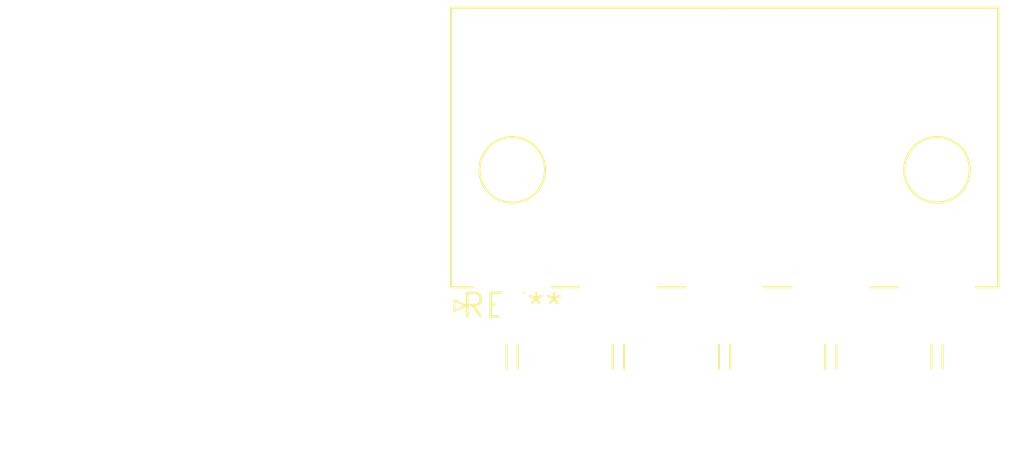
<source format=kicad_pcb>
(kicad_pcb (version 20240108) (generator pcbnew)
  (layers (0 "F.Cu" signal) (31 "B.Cu" signal) (34 "B.Paste" user) (35 "F.Paste" user) (36 "B.SilkS" user "B.Silkscreen") (37 "F.SilkS" user "F.Silkscreen") (38 "B.Mask" user) (39 "F.Mask" user) (44 "Edge.Cuts" user))
  (net 0 "")
  (footprint "Molex_Mega-Fit_76825-0010_2x05_P5.70mm_Horizontal" (layer "F.Cu") (at 0 0)
    (property "Reference" "REF**")
    (property "Value" "Molex_Mega-Fit_76825-0010_2x05_P5.70mm_Horizontal")
    (fp_line (start -3.285 -16.01) (end -3.285 -0.99) (layer "F.SilkS") (stroke (width 0.12)))
    (fp_line (start -3.285 -0.99) (end -2.11 -0.99) (layer "F.SilkS") (stroke (width 0.12)))
    (fp_line (start -3.1 -0.3) (end -2.5 0) (layer "F.SilkS") (stroke (width 0.12)))
    (fp_line (start -3.1 0.3) (end -3.1 -0.3) (layer "F.SilkS") (stroke (width 0.12)))
    (fp_line (start -2.5 0) (end -3.1 0.3) (layer "F.SilkS") (stroke (width 0.12)))
    (fp_line (start -0.3 2.11) (end -0.3 3.39) (layer "F.SilkS") (stroke (width 0.12)))
    (fp_line (start 0.3 2.11) (end 0.3 3.39) (layer "F.SilkS") (stroke (width 0.12)))
    (fp_line (start 2.11 -0.99) (end 3.59 -0.99) (layer "F.SilkS") (stroke (width 0.12)))
    (fp_line (start 5.4 2.11) (end 5.4 3.39) (layer "F.SilkS") (stroke (width 0.12)))
    (fp_line (start 6 2.11) (end 6 3.39) (layer "F.SilkS") (stroke (width 0.12)))
    (fp_line (start 7.81 -0.99) (end 9.29 -0.99) (layer "F.SilkS") (stroke (width 0.12)))
    (fp_line (start 11.1 2.11) (end 11.1 3.39) (layer "F.SilkS") (stroke (width 0.12)))
    (fp_line (start 11.4 -16.01) (end -3.285 -16.01) (layer "F.SilkS") (stroke (width 0.12)))
    (fp_line (start 11.4 -16.01) (end 26.085 -16.01) (layer "F.SilkS") (stroke (width 0.12)))
    (fp_line (start 11.7 2.11) (end 11.7 3.39) (layer "F.SilkS") (stroke (width 0.12)))
    (fp_line (start 13.51 -0.99) (end 14.99 -0.99) (layer "F.SilkS") (stroke (width 0.12)))
    (fp_line (start 16.8 2.11) (end 16.8 3.39) (layer "F.SilkS") (stroke (width 0.12)))
    (fp_line (start 17.4 2.11) (end 17.4 3.39) (layer "F.SilkS") (stroke (width 0.12)))
    (fp_line (start 19.21 -0.99) (end 20.69 -0.99) (layer "F.SilkS") (stroke (width 0.12)))
    (fp_line (start 22.5 2.11) (end 22.5 3.39) (layer "F.SilkS") (stroke (width 0.12)))
    (fp_line (start 23.1 2.11) (end 23.1 3.39) (layer "F.SilkS") (stroke (width 0.12)))
    (fp_line (start 26.085 -16.01) (end 26.085 -0.99) (layer "F.SilkS") (stroke (width 0.12)))
    (fp_line (start 26.085 -0.99) (end 24.91 -0.99) (layer "F.SilkS") (stroke (width 0.12)))
    (fp_circle (center 0 -7.3) (end 1.76 -7.3) (layer "F.SilkS") (stroke (width 0.12)) (fill none))
    (fp_circle (center 22.8 -7.3) (end 24.56 -7.3) (layer "F.SilkS") (stroke (width 0.12)) (fill none))
    (pad "" np_thru_hole circle (at 0 -7.3) (size 3 3) (drill 3) (layers *.Cu *.Mask))
    (pad "" np_thru_hole circle (at 22.8 -7.3) (size 3 3) (drill 3) (layers *.Cu *.Mask))
    (pad "1" thru_hole roundrect (at 0 0) (size 3.7 3.7) (drill 1.8) (layers *.Cu *.Mask) (remove_unused_layers) (roundrect_rratio 0.067568))
    (pad "2" thru_hole circle (at 5.7 0) (size 3.7 3.7) (drill 1.8) (layers *.Cu *.Mask) (remove_unused_layers))
    (pad "3" thru_hole circle (at 11.4 0) (size 3.7 3.7) (drill 1.8) (layers *.Cu *.Mask) (remove_unused_layers))
    (pad "4" thru_hole circle (at 17.1 0) (size 3.7 3.7) (drill 1.8) (layers *.Cu *.Mask) (remove_unused_layers))
    (pad "5" thru_hole circle (at 22.8 0) (size 3.7 3.7) (drill 1.8) (layers *.Cu *.Mask) (remove_unused_layers))
    (pad "6" thru_hole circle (at 0 5.5) (size 3.7 3.7) (drill 1.8) (layers *.Cu *.Mask) (remove_unused_layers))
    (pad "7" thru_hole circle (at 5.7 5.5) (size 3.7 3.7) (drill 1.8) (layers *.Cu *.Mask) (remove_unused_layers))
    (pad "8" thru_hole circle (at 11.4 5.5) (size 3.7 3.7) (drill 1.8) (layers *.Cu *.Mask) (remove_unused_layers))
    (pad "9" thru_hole circle (at 17.1 5.5) (size 3.7 3.7) (drill 1.8) (layers *.Cu *.Mask) (remove_unused_layers))
    (pad "10" thru_hole circle (at 22.8 5.5) (size 3.7 3.7) (drill 1.8) (layers *.Cu *.Mask) (remove_unused_layers))
  )
)
</source>
